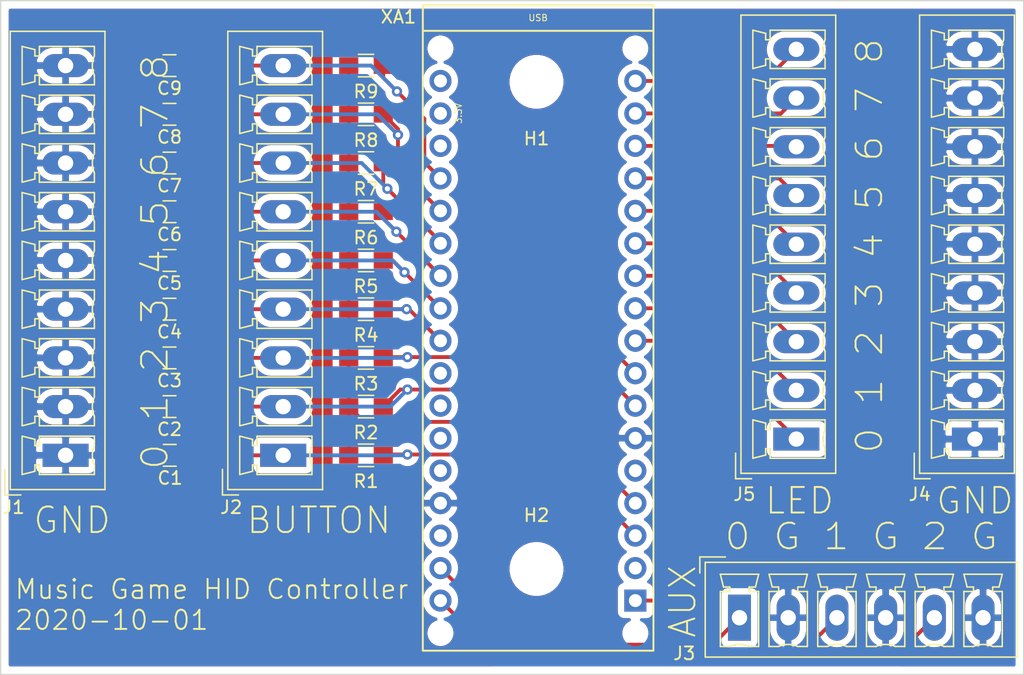
<source format=kicad_pcb>
(kicad_pcb (version 20171130) (host pcbnew "(5.1.6)-1")
  (layers (0 F.Cu signal) (31 B.Cu signal) (34 B.Paste user) (35 F.Paste user) (36 B.SilkS user) (37 F.SilkS user) (38 B.Mask user) (39 F.Mask user) (44 Edge.Cuts user))
  (net 0 "")
  (net 1 GND)
  (net 2 /BUT0)
  (net 3 /BUT1)
  (net 4 /BUT2)
  (net 5 /BUT3)
  (net 6 /BUT4)
  (net 7 /BUT5)
  (net 8 /BUT6)
  (net 9 /BUT7)
  (net 10 /BUT8)
  (net 11 /AUX2)
  (net 12 /AUX1)
  (net 13 /AUX0)
  (net 14 "Net-(R1-Pad1)")
  (net 15 /LED0)
  (net 16 /LED1)
  (net 17 /LED2)
  (net 18 /LED3)
  (net 19 /LED4)
  (net 20 /LED5)
  (net 21 /LED6)
  (net 22 /LED7)
  (net 23 /LED8)
  (net 24 "Net-(XA1-PadRST2)")
  (net 25 "Net-(XA1-PadVIN)")
  (net 26 "Net-(XA1-Pad5V)")
  (net 27 "Net-(XA1-Pad3V3)")
  (net 28 "Net-(XA1-PadRST1)")
  (net 29 "Net-(XA1-PadSS)")
  (net 30 "Net-(XA1-PadAREF)")
  (net 31 "Net-(XA1-PadD13)")
  (module Connectors_Phoenix:PhoenixContact_MCV-G_09x3.81mm_Vertical (layer F.Cu) (at 114.3 95.25 90)
    (fp_text reference J1 (at -4.064 -4.064 180) (layer F.SilkS))
    (fp_text value Conn_01x09)
    (pad 9 thru_hole oval (at 30.48 0 90) (size 1.8 3.6) (drill 1.2) (layers *.Cu *.Mask) (net 1 GND))
    (pad 8 thru_hole oval (at 26.67 0 90) (size 1.8 3.6) (drill 1.2) (layers *.Cu *.Mask) (net 1 GND))
    (pad 7 thru_hole oval (at 22.86 0 90) (size 1.8 3.6) (drill 1.2) (layers *.Cu *.Mask) (net 1 GND))
    (pad 6 thru_hole oval (at 19.05 0 90) (size 1.8 3.6) (drill 1.2) (layers *.Cu *.Mask) (net 1 GND))
    (pad 5 thru_hole oval (at 15.24 0 90) (size 1.8 3.6) (drill 1.2) (layers *.Cu *.Mask) (net 1 GND))
    (pad 4 thru_hole oval (at 11.43 0 90) (size 1.8 3.6) (drill 1.2) (layers *.Cu *.Mask) (net 1 GND))
    (pad 3 thru_hole oval (at 7.62 0 90) (size 1.8 3.6) (drill 1.2) (layers *.Cu *.Mask) (net 1 GND))
    (pad 2 thru_hole oval (at 3.81 0 90) (size 1.8 3.6) (drill 1.2) (layers *.Cu *.Mask) (net 1 GND))
    (pad 1 thru_hole rect (at 0 0 90) (size 1.8 3.6) (drill 1.2) (layers *.Cu *.Mask) (net 1 GND))
  )
  (module Connectors_Phoenix:PhoenixContact_MCV-G_09x3.81mm_Vertical (layer F.Cu) (at 131.318 95.25 90)
    (fp_text reference J2 (at -4.064 -4.064 180) (layer F.SilkS))
    (fp_text value Conn_01x09)
    (pad 1 thru_hole rect (at 0 0 90) (size 1.8 3.6) (drill 1.2) (layers *.Cu *.Mask) (net 2 /BUT0))
    (pad 2 thru_hole oval (at 3.81 0 90) (size 1.8 3.6) (drill 1.2) (layers *.Cu *.Mask) (net 3 /BUT1))
    (pad 3 thru_hole oval (at 7.62 0 90) (size 1.8 3.6) (drill 1.2) (layers *.Cu *.Mask) (net 4 /BUT2))
    (pad 4 thru_hole oval (at 11.43 0 90) (size 1.8 3.6) (drill 1.2) (layers *.Cu *.Mask) (net 5 /BUT3))
    (pad 5 thru_hole oval (at 15.24 0 90) (size 1.8 3.6) (drill 1.2) (layers *.Cu *.Mask) (net 6 /BUT4))
    (pad 6 thru_hole oval (at 19.05 0 90) (size 1.8 3.6) (drill 1.2) (layers *.Cu *.Mask) (net 7 /BUT5))
    (pad 7 thru_hole oval (at 22.86 0 90) (size 1.8 3.6) (drill 1.2) (layers *.Cu *.Mask) (net 8 /BUT6))
    (pad 8 thru_hole oval (at 26.67 0 90) (size 1.8 3.6) (drill 1.2) (layers *.Cu *.Mask) (net 9 /BUT7))
    (pad 9 thru_hole oval (at 30.48 0 90) (size 1.8 3.6) (drill 1.2) (layers *.Cu *.Mask) (net 10 /BUT8))
  )
  (module Connectors_Phoenix:PhoenixContact_MCV-G_06x3.81mm_Vertical (layer F.Cu) (at 167.005 107.95)
    (fp_text reference J3 (at -4.318 2.794) (layer F.SilkS))
    (fp_text value Conn_01x06)
    (pad 6 thru_hole oval (at 19.05 0) (size 1.8 3.6) (drill 1.2) (layers *.Cu *.Mask) (net 1 GND))
    (pad 5 thru_hole oval (at 15.24 0) (size 1.8 3.6) (drill 1.2) (layers *.Cu *.Mask) (net 11 /AUX2))
    (pad 4 thru_hole oval (at 11.43 0) (size 1.8 3.6) (drill 1.2) (layers *.Cu *.Mask) (net 1 GND))
    (pad 3 thru_hole oval (at 7.62 0) (size 1.8 3.6) (drill 1.2) (layers *.Cu *.Mask) (net 12 /AUX1))
    (pad 2 thru_hole oval (at 3.81 0) (size 1.8 3.6) (drill 1.2) (layers *.Cu *.Mask) (net 1 GND))
    (pad 1 thru_hole rect (at 0 0) (size 1.8 3.6) (drill 1.2) (layers *.Cu *.Mask) (net 13 /AUX0))
  )
  (module Connectors_Phoenix:PhoenixContact_MCV-G_09x3.81mm_Vertical (layer F.Cu) (at 185.42 93.98 90)
    (fp_text reference J4 (at -4.318 -4.318 180) (layer F.SilkS))
    (fp_text value Conn_01x09)
    (pad 9 thru_hole oval (at 30.48 0 90) (size 1.8 3.6) (drill 1.2) (layers *.Cu *.Mask) (net 1 GND))
    (pad 8 thru_hole oval (at 26.67 0 90) (size 1.8 3.6) (drill 1.2) (layers *.Cu *.Mask) (net 1 GND))
    (pad 7 thru_hole oval (at 22.86 0 90) (size 1.8 3.6) (drill 1.2) (layers *.Cu *.Mask) (net 1 GND))
    (pad 6 thru_hole oval (at 19.05 0 90) (size 1.8 3.6) (drill 1.2) (layers *.Cu *.Mask) (net 1 GND))
    (pad 5 thru_hole oval (at 15.24 0 90) (size 1.8 3.6) (drill 1.2) (layers *.Cu *.Mask) (net 1 GND))
    (pad 4 thru_hole oval (at 11.43 0 90) (size 1.8 3.6) (drill 1.2) (layers *.Cu *.Mask) (net 1 GND))
    (pad 3 thru_hole oval (at 7.62 0 90) (size 1.8 3.6) (drill 1.2) (layers *.Cu *.Mask) (net 1 GND))
    (pad 2 thru_hole oval (at 3.81 0 90) (size 1.8 3.6) (drill 1.2) (layers *.Cu *.Mask) (net 1 GND))
    (pad 1 thru_hole rect (at 0 0 90) (size 1.8 3.6) (drill 1.2) (layers *.Cu *.Mask) (net 1 GND))
  )
  (module Connectors_Phoenix:PhoenixContact_MCV-G_09x3.81mm_Vertical (layer F.Cu) (at 171.45 93.98 90)
    (fp_text reference J5 (at -4.318 -4.064 180) (layer F.SilkS))
    (fp_text value Conn_01x09)
    (pad 1 thru_hole rect (at 0 0 90) (size 1.8 3.6) (drill 1.2) (layers *.Cu *.Mask) (net 15 /LED0))
    (pad 2 thru_hole oval (at 3.81 0 90) (size 1.8 3.6) (drill 1.2) (layers *.Cu *.Mask) (net 16 /LED1))
    (pad 3 thru_hole oval (at 7.62 0 90) (size 1.8 3.6) (drill 1.2) (layers *.Cu *.Mask) (net 17 /LED2))
    (pad 4 thru_hole oval (at 11.43 0 90) (size 1.8 3.6) (drill 1.2) (layers *.Cu *.Mask) (net 18 /LED3))
    (pad 5 thru_hole oval (at 15.24 0 90) (size 1.8 3.6) (drill 1.2) (layers *.Cu *.Mask) (net 19 /LED4))
    (pad 6 thru_hole oval (at 19.05 0 90) (size 1.8 3.6) (drill 1.2) (layers *.Cu *.Mask) (net 20 /LED5))
    (pad 7 thru_hole oval (at 22.86 0 90) (size 1.8 3.6) (drill 1.2) (layers *.Cu *.Mask) (net 21 /LED6))
    (pad 8 thru_hole oval (at 26.67 0 90) (size 1.8 3.6) (drill 1.2) (layers *.Cu *.Mask) (net 22 /LED7))
    (pad 9 thru_hole oval (at 30.48 0 90) (size 1.8 3.6) (drill 1.2) (layers *.Cu *.Mask) (net 23 /LED8))
  )
  (module Resistors_SMD:R_0805_HandSoldering (layer F.Cu) (at 137.795 95.25)
    (fp_text reference R1 (at 0 2.032) (layer F.SilkS))
    (fp_text value 680K)
    (pad 1 smd rect (at -1.35 0) (size 1.5 1.3) (layers F.Cu F.Paste F.Mask) (net 14 "Net-(R1-Pad1)"))
    (pad 2 smd rect (at 1.35 0) (size 1.5 1.3) (layers F.Cu F.Paste F.Mask) (net 2 /BUT0))
  )
  (module Resistors_SMD:R_0805_HandSoldering (layer F.Cu) (at 137.795 91.44)
    (fp_text reference R2 (at 0 2.032) (layer F.SilkS))
    (fp_text value 680K)
    (pad 2 smd rect (at 1.35 0) (size 1.5 1.3) (layers F.Cu F.Paste F.Mask) (net 3 /BUT1))
    (pad 1 smd rect (at -1.35 0) (size 1.5 1.3) (layers F.Cu F.Paste F.Mask) (net 14 "Net-(R1-Pad1)"))
  )
  (module Resistors_SMD:R_0805_HandSoldering (layer F.Cu) (at 137.795 87.63)
    (fp_text reference R3 (at 0 2.032) (layer F.SilkS))
    (fp_text value 680K)
    (pad 1 smd rect (at -1.35 0) (size 1.5 1.3) (layers F.Cu F.Paste F.Mask) (net 14 "Net-(R1-Pad1)"))
    (pad 2 smd rect (at 1.35 0) (size 1.5 1.3) (layers F.Cu F.Paste F.Mask) (net 4 /BUT2))
  )
  (module Resistors_SMD:R_0805_HandSoldering (layer F.Cu) (at 137.795 83.82)
    (fp_text reference R4 (at 0 2.032) (layer F.SilkS))
    (fp_text value 680K)
    (pad 2 smd rect (at 1.35 0) (size 1.5 1.3) (layers F.Cu F.Paste F.Mask) (net 5 /BUT3))
    (pad 1 smd rect (at -1.35 0) (size 1.5 1.3) (layers F.Cu F.Paste F.Mask) (net 14 "Net-(R1-Pad1)"))
  )
  (module Resistors_SMD:R_0805_HandSoldering (layer F.Cu) (at 137.795 80.01)
    (fp_text reference R5 (at 0 2.032) (layer F.SilkS))
    (fp_text value 680K)
    (pad 1 smd rect (at -1.35 0) (size 1.5 1.3) (layers F.Cu F.Paste F.Mask) (net 14 "Net-(R1-Pad1)"))
    (pad 2 smd rect (at 1.35 0) (size 1.5 1.3) (layers F.Cu F.Paste F.Mask) (net 6 /BUT4))
  )
  (module Resistors_SMD:R_0805_HandSoldering (layer F.Cu) (at 137.795 76.2)
    (fp_text reference R6 (at 0 2.032) (layer F.SilkS))
    (fp_text value 680K)
    (pad 2 smd rect (at 1.35 0) (size 1.5 1.3) (layers F.Cu F.Paste F.Mask) (net 7 /BUT5))
    (pad 1 smd rect (at -1.35 0) (size 1.5 1.3) (layers F.Cu F.Paste F.Mask) (net 14 "Net-(R1-Pad1)"))
  )
  (module Resistors_SMD:R_0805_HandSoldering (layer F.Cu) (at 137.795 72.39)
    (fp_text reference R7 (at 0 2.032) (layer F.SilkS))
    (fp_text value 680K)
    (pad 2 smd rect (at 1.35 0) (size 1.5 1.3) (layers F.Cu F.Paste F.Mask) (net 8 /BUT6))
    (pad 1 smd rect (at -1.35 0) (size 1.5 1.3) (layers F.Cu F.Paste F.Mask) (net 14 "Net-(R1-Pad1)"))
  )
  (module Resistors_SMD:R_0805_HandSoldering (layer F.Cu) (at 137.795 68.58)
    (fp_text reference R8 (at 0 2.032) (layer F.SilkS))
    (fp_text value 680K)
    (pad 1 smd rect (at -1.35 0) (size 1.5 1.3) (layers F.Cu F.Paste F.Mask) (net 14 "Net-(R1-Pad1)"))
    (pad 2 smd rect (at 1.35 0) (size 1.5 1.3) (layers F.Cu F.Paste F.Mask) (net 9 /BUT7))
  )
  (module Resistors_SMD:R_0805_HandSoldering (layer F.Cu) (at 137.795 64.77)
    (fp_text reference R9 (at 0 2.032) (layer F.SilkS))
    (fp_text value 680K)
    (pad 2 smd rect (at 1.35 0) (size 1.5 1.3) (layers F.Cu F.Paste F.Mask) (net 10 /BUT8))
    (pad 1 smd rect (at -1.35 0) (size 1.5 1.3) (layers F.Cu F.Paste F.Mask) (net 14 "Net-(R1-Pad1)"))
  )
  (module Arduino:Arduino_Micro_Socket (layer F.Cu) (at 142.24 62.051001 270)
    (fp_text reference XA1 (at -1.091001 1.905 180) (layer F.SilkS))
    (fp_text value Arduino_Micro_Socket)
    (fp_text user 3.3V (at 6.46 -2.794 90) (layer F.SilkS) (effects (font (size 0.5 0.5) (thickness 0.075))))
    (fp_text user USB (at -1.016 -9.017) (layer F.SilkS) (effects (font (size 0.5 0.5) (thickness 0.075))))
    (pad "" np_thru_hole circle (at 47.1 -16.62 270) (size 1.016 1.016) (drill 1.016) (layers *.Cu *.Mask))
    (pad "" np_thru_hole circle (at 1.38 -16.62 270) (size 1.016 1.016) (drill 1.016) (layers *.Cu *.Mask))
    (pad "" np_thru_hole circle (at 47.1 -1.38 270) (size 1.016 1.016) (drill 1.016) (layers *.Cu *.Mask))
    (pad "" thru_hole oval (at 26.78 -1.38 270) (size 1.7272 1.7272) (drill 1.016) (layers *.Cu *.Mask))
    (pad RST2 thru_hole oval (at 34.4 -16.62 270) (size 1.7272 1.7272) (drill 1.016) (layers *.Cu *.Mask) (net 24 "Net-(XA1-PadRST2)"))
    (pad MOSI thru_hole rect (at 44.56 -16.62 270) (size 1.7272 1.7272) (drill 1.016) (layers *.Cu *.Mask) (net 12 /AUX1))
    (pad SCK thru_hole oval (at 44.56 -1.38 270) (size 1.7272 1.7272) (drill 1.016) (layers *.Cu *.Mask) (net 11 /AUX2))
    (pad A0 thru_hole oval (at 11.54 -1.38 270) (size 1.7272 1.7272) (drill 1.016) (layers *.Cu *.Mask) (net 10 /BUT8))
    (pad VIN thru_hole oval (at 39.48 -1.38 270) (size 1.7272 1.7272) (drill 1.016) (layers *.Cu *.Mask) (net 25 "Net-(XA1-PadVIN)"))
    (pad GND2 thru_hole oval (at 31.86 -16.62 270) (size 1.7272 1.7272) (drill 1.016) (layers *.Cu *.Mask) (net 1 GND))
    (pad GND1 thru_hole oval (at 36.94 -1.38 270) (size 1.7272 1.7272) (drill 1.016) (layers *.Cu *.Mask) (net 1 GND))
    (pad 5V thru_hole oval (at 31.86 -1.38 270) (size 1.7272 1.7272) (drill 1.016) (layers *.Cu *.Mask) (net 26 "Net-(XA1-Pad5V)"))
    (pad 3V3 thru_hole oval (at 6.46 -1.38 270) (size 1.7272 1.7272) (drill 1.016) (layers *.Cu *.Mask) (net 27 "Net-(XA1-Pad3V3)"))
    (pad RST1 thru_hole oval (at 34.4 -1.38 270) (size 1.7272 1.7272) (drill 1.016) (layers *.Cu *.Mask) (net 28 "Net-(XA1-PadRST1)"))
    (pad SS thru_hole oval (at 42.02 -16.62 270) (size 1.7272 1.7272) (drill 1.016) (layers *.Cu *.Mask) (net 29 "Net-(XA1-PadSS)"))
    (pad D0 thru_hole oval (at 36.94 -16.62 270) (size 1.7272 1.7272) (drill 1.016) (layers *.Cu *.Mask) (net 14 "Net-(R1-Pad1)"))
    (pad D1 thru_hole oval (at 39.48 -16.62 270) (size 1.7272 1.7272) (drill 1.016) (layers *.Cu *.Mask) (net 2 /BUT0))
    (pad D2 thru_hole oval (at 29.32 -16.62 270) (size 1.7272 1.7272) (drill 1.016) (layers *.Cu *.Mask) (net 3 /BUT1))
    (pad D3 thru_hole oval (at 26.78 -16.62 270) (size 1.7272 1.7272) (drill 1.016) (layers *.Cu *.Mask) (net 4 /BUT2))
    (pad D4 thru_hole oval (at 24.24 -16.62 270) (size 1.7272 1.7272) (drill 1.016) (layers *.Cu *.Mask) (net 15 /LED0))
    (pad D5 thru_hole oval (at 21.7 -16.62 270) (size 1.7272 1.7272) (drill 1.016) (layers *.Cu *.Mask) (net 16 /LED1))
    (pad D6 thru_hole oval (at 19.16 -16.62 270) (size 1.7272 1.7272) (drill 1.016) (layers *.Cu *.Mask) (net 17 /LED2))
    (pad D7 thru_hole oval (at 16.62 -16.62 270) (size 1.7272 1.7272) (drill 1.016) (layers *.Cu *.Mask) (net 18 /LED3))
    (pad D8 thru_hole oval (at 14.08 -16.62 270) (size 1.7272 1.7272) (drill 1.016) (layers *.Cu *.Mask) (net 19 /LED4))
    (pad D9 thru_hole oval (at 11.54 -16.62 270) (size 1.7272 1.7272) (drill 1.016) (layers *.Cu *.Mask) (net 20 /LED5))
    (pad D10 thru_hole oval (at 9 -16.62 270) (size 1.7272 1.7272) (drill 1.016) (layers *.Cu *.Mask) (net 21 /LED6))
    (pad "" np_thru_hole circle (at 1.38 -1.38 270) (size 1.016 1.016) (drill 1.016) (layers *.Cu *.Mask))
    (pad AREF thru_hole oval (at 9 -1.38 270) (size 1.7272 1.7272) (drill 1.016) (layers *.Cu *.Mask) (net 30 "Net-(XA1-PadAREF)"))
    (pad D13 thru_hole oval (at 3.92 -1.38 270) (size 1.7272 1.7272) (drill 1.016) (layers *.Cu *.Mask) (net 31 "Net-(XA1-PadD13)"))
    (pad D12 thru_hole oval (at 3.92 -16.62 270) (size 1.7272 1.7272) (drill 1.016) (layers *.Cu *.Mask) (net 23 /LED8))
    (pad D11 thru_hole oval (at 6.46 -16.62 270) (size 1.7272 1.7272) (drill 1.016) (layers *.Cu *.Mask) (net 22 /LED7))
    (pad "" thru_hole oval (at 29.32 -1.38 270) (size 1.7272 1.7272) (drill 1.016) (layers *.Cu *.Mask))
    (pad A1 thru_hole oval (at 14.08 -1.38 270) (size 1.7272 1.7272) (drill 1.016) (layers *.Cu *.Mask) (net 9 /BUT7))
    (pad A2 thru_hole oval (at 16.62 -1.38 270) (size 1.7272 1.7272) (drill 1.016) (layers *.Cu *.Mask) (net 8 /BUT6))
    (pad A3 thru_hole oval (at 19.16 -1.38 270) (size 1.7272 1.7272) (drill 1.016) (layers *.Cu *.Mask) (net 7 /BUT5))
    (pad A4 thru_hole oval (at 21.7 -1.38 270) (size 1.7272 1.7272) (drill 1.016) (layers *.Cu *.Mask) (net 6 /BUT4))
    (pad A5 thru_hole oval (at 24.24 -1.38 270) (size 1.7272 1.7272) (drill 1.016) (layers *.Cu *.Mask) (net 5 /BUT3))
    (pad MISO thru_hole oval (at 42.02 -1.38 270) (size 1.7272 1.7272) (drill 1.016) (layers *.Cu *.Mask) (net 13 /AUX0))
  )
  (module Capacitors_SMD:C_0805_HandSoldering (layer F.Cu) (at 122.448 95.25 180)
    (fp_text reference C1 (at -0.02 -1.778) (layer F.SilkS))
    (fp_text value 20pF)
    (pad 2 smd rect (at 1.25 0 180) (size 1.5 1.25) (layers F.Cu F.Paste F.Mask) (net 1 GND))
    (pad 1 smd rect (at -1.25 0 180) (size 1.5 1.25) (layers F.Cu F.Paste F.Mask) (net 2 /BUT0))
  )
  (module Capacitors_SMD:C_0805_HandSoldering (layer F.Cu) (at 122.428 91.44 180)
    (fp_text reference C2 (at 0 -1.778) (layer F.SilkS))
    (fp_text value 20pF)
    (pad 1 smd rect (at -1.25 0 180) (size 1.5 1.25) (layers F.Cu F.Paste F.Mask) (net 3 /BUT1))
    (pad 2 smd rect (at 1.25 0 180) (size 1.5 1.25) (layers F.Cu F.Paste F.Mask) (net 1 GND))
  )
  (module Capacitors_SMD:C_0805_HandSoldering (layer F.Cu) (at 122.428 87.63 180)
    (fp_text reference C3 (at 0 -1.778) (layer F.SilkS))
    (fp_text value 20pF)
    (pad 2 smd rect (at 1.25 0 180) (size 1.5 1.25) (layers F.Cu F.Paste F.Mask) (net 1 GND))
    (pad 1 smd rect (at -1.25 0 180) (size 1.5 1.25) (layers F.Cu F.Paste F.Mask) (net 4 /BUT2))
  )
  (module Capacitors_SMD:C_0805_HandSoldering (layer F.Cu) (at 122.428 83.82 180)
    (fp_text reference C4 (at 0 -1.778) (layer F.SilkS))
    (fp_text value 20pF)
    (pad 1 smd rect (at -1.25 0 180) (size 1.5 1.25) (layers F.Cu F.Paste F.Mask) (net 5 /BUT3))
    (pad 2 smd rect (at 1.25 0 180) (size 1.5 1.25) (layers F.Cu F.Paste F.Mask) (net 1 GND))
  )
  (module Capacitors_SMD:C_0805_HandSoldering (layer F.Cu) (at 122.428 80.01 180)
    (fp_text reference C5 (at 0 -1.778) (layer F.SilkS))
    (fp_text value 20pF)
    (pad 2 smd rect (at 1.25 0 180) (size 1.5 1.25) (layers F.Cu F.Paste F.Mask) (net 1 GND))
    (pad 1 smd rect (at -1.25 0 180) (size 1.5 1.25) (layers F.Cu F.Paste F.Mask) (net 6 /BUT4))
  )
  (module Capacitors_SMD:C_0805_HandSoldering (layer F.Cu) (at 122.428 76.2 180)
    (fp_text reference C6 (at 0 -1.778) (layer F.SilkS))
    (fp_text value 20pF)
    (pad 1 smd rect (at -1.25 0 180) (size 1.5 1.25) (layers F.Cu F.Paste F.Mask) (net 7 /BUT5))
    (pad 2 smd rect (at 1.25 0 180) (size 1.5 1.25) (layers F.Cu F.Paste F.Mask) (net 1 GND))
  )
  (module Capacitors_SMD:C_0805_HandSoldering (layer F.Cu) (at 122.428 72.39 180)
    (fp_text reference C7 (at 0 -1.778) (layer F.SilkS))
    (fp_text value 20pF)
    (pad 2 smd rect (at 1.25 0 180) (size 1.5 1.25) (layers F.Cu F.Paste F.Mask) (net 1 GND))
    (pad 1 smd rect (at -1.25 0 180) (size 1.5 1.25) (layers F.Cu F.Paste F.Mask) (net 8 /BUT6))
  )
  (module Capacitors_SMD:C_0805_HandSoldering (layer F.Cu) (at 122.428 68.58 180)
    (fp_text reference C8 (at 0 -1.778) (layer F.SilkS))
    (fp_text value 20pF)
    (pad 1 smd rect (at -1.25 0 180) (size 1.5 1.25) (layers F.Cu F.Paste F.Mask) (net 9 /BUT7))
    (pad 2 smd rect (at 1.25 0 180) (size 1.5 1.25) (layers F.Cu F.Paste F.Mask) (net 1 GND))
  )
  (module Capacitors_SMD:C_0805_HandSoldering (layer F.Cu) (at 122.428 64.77 180)
    (fp_text reference C9 (at 0 -1.778) (layer F.SilkS))
    (fp_text value 20pF)
    (pad 2 smd rect (at 1.25 0 180) (size 1.5 1.25) (layers F.Cu F.Paste F.Mask) (net 1 GND))
    (pad 1 smd rect (at -1.25 0 180) (size 1.5 1.25) (layers F.Cu F.Paste F.Mask) (net 10 /BUT8))
  )
  (module Mounting_Holes:MountingHole_3.2mm_M3 (layer F.Cu) (at 151.13 66.04)
    (fp_text reference H1 (at 0 4.445) (layer F.SilkS))
    (fp_text value MountingHole)
    (pad 1 np_thru_hole circle (at 0 0) (size 3.2 3.2) (drill 3.2) (layers *.Cu *.Mask))
  )
  (module Mounting_Holes:MountingHole_3.2mm_M3 (layer F.Cu) (at 151.13 104.14)
    (fp_text reference H2 (at 0 -4.2) (layer F.SilkS))
    (fp_text value MountingHole)
    (pad 1 np_thru_hole circle (at 0 0) (size 3.2 3.2) (drill 3.2) (layers *.Cu *.Mask))
  )
  (gr_text "Music Game HID Controller\n2020-10-01" (at 110.236 106.934) (layer F.SilkS) (effects (font (size 1.5 1.5)) (justify left)))
  (gr_text "0 1 2 3 4 5 6 7 8" (at 121.285 96.52 90) (layer F.SilkS) (effects (font (size 2 2.22)) (justify left)))
  (gr_text "0 1 2 3 4 5 6 7 8" (at 177.165 95.25 90) (layer F.SilkS) (effects (font (size 2 2.22)) (justify left)))
  (gr_text "0 G 1 G 2 G" (at 176.53 101.6) (layer F.SilkS) (effects (font (size 2 2.22))))
  (gr_text AUX (at 162.56 106.68 90) (layer F.SilkS) (effects (font (size 2 2))))
  (gr_text GND (at 185.42 98.806) (layer F.SilkS) (effects (font (size 2 2))))
  (gr_text LED (at 171.704 98.806) (layer F.SilkS) (effects (font (size 2 2))))
  (gr_text GND (at 114.808 100.33) (layer F.SilkS) (effects (font (size 2 2))))
  (gr_text BUTTON (at 134.112 100.33) (layer F.SilkS) (effects (font (size 2 2))))
  (gr_poly (pts (xy 189.23 112.395) (xy 109.22 112.395) (xy 109.22 59.69) (xy 189.23 59.69)) (layer Edge.Cuts) (width 0.1))
  (segment (start 131.318 95.25) (end 123.698 95.25) (width 0.3) (layer F.Cu) (net 2))
  (segment (start 139.2076 95.1874) (end 139.145 95.25) (width 0.3) (layer F.Cu) (net 2))
  (segment (start 158.86 101.531001) (end 152.516399 95.1874) (width 0.3) (layer F.Cu) (net 2))
  (segment (start 140.97 95.25) (end 141.0326 95.1874) (width 0.3) (layer B.Cu) (net 2))
  (segment (start 131.318 95.25) (end 140.97 95.25) (width 0.3) (layer B.Cu) (net 2))
  (via (at 141.0326 95.1874) (size 0.8) (drill 0.4) (layers F.Cu B.Cu) (net 2))
  (segment (start 152.516399 95.1874) (end 141.0326 95.1874) (width 0.3) (layer F.Cu) (net 2))
  (segment (start 141.0326 95.1874) (end 139.2076 95.1874) (width 0.3) (layer F.Cu) (net 2))
  (segment (start 157.596399 90.1074) (end 158.86 91.371001) (width 0.3) (layer F.Cu) (net 3))
  (segment (start 139.145 91.44) (end 140.4776 90.1074) (width 0.3) (layer F.Cu) (net 3))
  (segment (start 131.318 91.44) (end 123.678 91.44) (width 0.3) (layer F.Cu) (net 3))
  (segment (start 139.7 91.44) (end 141.0326 90.1074) (width 0.3) (layer B.Cu) (net 3))
  (segment (start 131.318 91.44) (end 139.7 91.44) (width 0.3) (layer B.Cu) (net 3))
  (via (at 141.0326 90.1074) (size 0.8) (drill 0.4) (layers F.Cu B.Cu) (net 3))
  (segment (start 140.4776 90.1074) (end 141.0326 90.1074) (width 0.3) (layer F.Cu) (net 3))
  (segment (start 141.0326 90.1074) (end 157.596399 90.1074) (width 0.3) (layer F.Cu) (net 3))
  (segment (start 157.596399 87.5674) (end 158.86 88.831001) (width 0.3) (layer F.Cu) (net 4))
  (segment (start 139.145 87.63) (end 139.2076 87.5674) (width 0.3) (layer F.Cu) (net 4))
  (segment (start 131.318 87.63) (end 123.678 87.63) (width 0.3) (layer F.Cu) (net 4))
  (segment (start 140.97 87.63) (end 141.0326 87.5674) (width 0.3) (layer B.Cu) (net 4))
  (via (at 141.0326 87.5674) (size 0.8) (drill 0.4) (layers F.Cu B.Cu) (net 4))
  (segment (start 131.318 87.63) (end 140.97 87.63) (width 0.3) (layer B.Cu) (net 4))
  (segment (start 139.2076 87.5674) (end 141.0326 87.5674) (width 0.3) (layer F.Cu) (net 4))
  (segment (start 141.0326 87.5674) (end 157.596399 87.5674) (width 0.3) (layer F.Cu) (net 4))
  (segment (start 141.148999 83.82) (end 143.62 86.291001) (width 0.3) (layer F.Cu) (net 5))
  (segment (start 123.678 83.82) (end 131.318 83.82) (width 0.3) (layer F.Cu) (net 5))
  (via (at 140.97 83.82) (size 0.8) (drill 0.4) (layers F.Cu B.Cu) (net 5))
  (segment (start 131.318 83.82) (end 140.97 83.82) (width 0.3) (layer B.Cu) (net 5))
  (segment (start 139.145 83.82) (end 140.97 83.82) (width 0.3) (layer F.Cu) (net 5))
  (segment (start 140.97 83.82) (end 141.148999 83.82) (width 0.3) (layer F.Cu) (net 5))
  (segment (start 139.145 80.01) (end 139.878999 80.01) (width 0.3) (layer F.Cu) (net 6))
  (segment (start 131.318 80.01) (end 123.678 80.01) (width 0.3) (layer F.Cu) (net 6))
  (via (at 140.805499 80.936501) (size 0.8) (drill 0.4) (layers F.Cu B.Cu) (net 6))
  (segment (start 139.878998 80.01) (end 140.805499 80.936501) (width 0.3) (layer B.Cu) (net 6))
  (segment (start 131.318 80.01) (end 139.878998 80.01) (width 0.3) (layer B.Cu) (net 6))
  (segment (start 139.878999 80.01) (end 140.805499 80.936501) (width 0.3) (layer F.Cu) (net 6))
  (segment (start 140.805499 80.936501) (end 143.62 83.751001) (width 0.3) (layer F.Cu) (net 6))
  (segment (start 139.145 76.2) (end 139.145 76.736001) (width 0.3) (layer F.Cu) (net 7))
  (segment (start 123.678 76.2) (end 131.318 76.2) (width 0.3) (layer F.Cu) (net 7))
  (segment (start 131.318 76.2) (end 138.609 76.2) (width 0.3) (layer B.Cu) (net 7))
  (segment (start 139.145 76.736001) (end 140.1705 77.7615) (width 0.3) (layer F.Cu) (net 7))
  (via (at 140.1705 77.7615) (size 0.8) (drill 0.4) (layers F.Cu B.Cu) (net 7))
  (segment (start 138.609 76.2) (end 140.1705 77.7615) (width 0.3) (layer B.Cu) (net 7))
  (segment (start 140.1705 77.7615) (end 143.62 81.211001) (width 0.3) (layer F.Cu) (net 7))
  (segment (start 143.62 78.554998) (end 143.62 78.671001) (width 0.3) (layer F.Cu) (net 8))
  (segment (start 139.145 72.39) (end 139.145 74.079998) (width 0.3) (layer F.Cu) (net 8))
  (segment (start 131.318 72.39) (end 123.678 72.39) (width 0.3) (layer F.Cu) (net 8))
  (segment (start 137.455002 72.39) (end 139.466501 74.401499) (width 0.3) (layer B.Cu) (net 8))
  (via (at 139.466501 74.401499) (size 0.8) (drill 0.4) (layers F.Cu B.Cu) (net 8))
  (segment (start 131.318 72.39) (end 137.455002 72.39) (width 0.3) (layer B.Cu) (net 8))
  (segment (start 139.145 74.079998) (end 139.466501 74.401499) (width 0.3) (layer F.Cu) (net 8))
  (segment (start 139.466501 74.401499) (end 143.62 78.554998) (width 0.3) (layer F.Cu) (net 8))
  (segment (start 140.295001 72.806002) (end 143.62 76.131001) (width 0.3) (layer F.Cu) (net 9))
  (segment (start 139.145 68.58) (end 140.295001 69.730001) (width 0.3) (layer F.Cu) (net 9))
  (segment (start 123.678 68.58) (end 131.318 68.58) (width 0.3) (layer F.Cu) (net 9))
  (via (at 140.295001 70.191001) (size 0.8) (drill 0.4) (layers F.Cu B.Cu) (net 9))
  (segment (start 131.318 68.58) (end 138.684 68.58) (width 0.3) (layer B.Cu) (net 9))
  (segment (start 138.684 68.58) (end 140.295001 70.191001) (width 0.3) (layer B.Cu) (net 9))
  (segment (start 140.295001 69.730001) (end 140.295001 70.191001) (width 0.3) (layer F.Cu) (net 9))
  (segment (start 140.295001 70.191001) (end 140.295001 72.806002) (width 0.3) (layer F.Cu) (net 9))
  (segment (start 142.356399 72.3274) (end 143.62 73.591001) (width 0.3) (layer F.Cu) (net 10))
  (segment (start 142.356399 68.931399) (end 142.356399 72.3274) (width 0.3) (layer F.Cu) (net 10))
  (segment (start 139.145 64.77) (end 139.145 65.72) (width 0.3) (layer F.Cu) (net 10))
  (segment (start 131.318 64.77) (end 123.678 64.77) (width 0.3) (layer F.Cu) (net 10))
  (segment (start 138.195 64.77) (end 140.2175 66.7925) (width 0.3) (layer B.Cu) (net 10))
  (segment (start 131.318 64.77) (end 138.195 64.77) (width 0.3) (layer B.Cu) (net 10))
  (via (at 140.2175 66.7925) (size 0.8) (drill 0.4) (layers F.Cu B.Cu) (net 10))
  (segment (start 139.145 65.72) (end 140.2175 66.7925) (width 0.3) (layer F.Cu) (net 10))
  (segment (start 140.2175 66.7925) (end 142.356399 68.931399) (width 0.3) (layer F.Cu) (net 10))
  (segment (start 143.62 106.611001) (end 148.260999 111.252) (width 0.3) (layer F.Cu) (net 11))
  (segment (start 178.943 111.252) (end 182.245 107.95) (width 0.3) (layer F.Cu) (net 11))
  (segment (start 148.260999 111.252) (end 178.943 111.252) (width 0.3) (layer F.Cu) (net 11))
  (segment (start 168.91 109.982) (end 169.418 110.49) (width 0.3) (layer F.Cu) (net 12))
  (segment (start 158.86 106.611001) (end 161.612999 106.611001) (width 0.3) (layer F.Cu) (net 12))
  (segment (start 169.418 110.49) (end 172.085 110.49) (width 0.3) (layer F.Cu) (net 12))
  (segment (start 161.612999 106.611001) (end 163.322 104.902) (width 0.3) (layer F.Cu) (net 12))
  (segment (start 163.322 104.902) (end 167.64 104.902) (width 0.3) (layer F.Cu) (net 12))
  (segment (start 167.64 104.902) (end 168.91 106.172) (width 0.3) (layer F.Cu) (net 12))
  (segment (start 172.085 110.49) (end 174.625 107.95) (width 0.3) (layer F.Cu) (net 12))
  (segment (start 168.91 106.172) (end 168.91 109.982) (width 0.3) (layer F.Cu) (net 12))
  (segment (start 164.895998 110.059002) (end 167.005 107.95) (width 0.3) (layer F.Cu) (net 13))
  (segment (start 149.608001 110.059002) (end 164.895998 110.059002) (width 0.3) (layer F.Cu) (net 13))
  (segment (start 143.62 104.071001) (end 149.608001 110.059002) (width 0.3) (layer F.Cu) (net 13))
  (segment (start 136.445 95.25) (end 136.445 91.44) (width 0.3) (layer F.Cu) (net 14))
  (segment (start 136.445 87.63) (end 136.445 91.44) (width 0.3) (layer F.Cu) (net 14))
  (segment (start 136.445 87.63) (end 136.445 83.82) (width 0.3) (layer F.Cu) (net 14))
  (segment (start 136.445 83.82) (end 136.445 80.01) (width 0.3) (layer F.Cu) (net 14))
  (segment (start 136.445 76.2) (end 136.445 80.01) (width 0.3) (layer F.Cu) (net 14))
  (segment (start 136.445 76.2) (end 136.445 72.39) (width 0.3) (layer F.Cu) (net 14))
  (segment (start 136.445 68.58) (end 136.445 72.39) (width 0.3) (layer F.Cu) (net 14))
  (segment (start 136.445 68.58) (end 136.445 64.77) (width 0.3) (layer F.Cu) (net 14))
  (segment (start 137.639602 92.634602) (end 136.445 91.44) (width 0.3) (layer F.Cu) (net 14))
  (segment (start 152.503601 92.634602) (end 137.639602 92.634602) (width 0.3) (layer F.Cu) (net 14))
  (segment (start 158.86 98.991001) (end 152.503601 92.634602) (width 0.3) (layer F.Cu) (net 14))
  (segment (start 163.761001 86.291001) (end 171.45 93.98) (width 0.3) (layer F.Cu) (net 15))
  (segment (start 158.86 86.291001) (end 163.761001 86.291001) (width 0.3) (layer F.Cu) (net 15))
  (segment (start 165.031001 83.751001) (end 171.45 90.17) (width 0.3) (layer F.Cu) (net 16))
  (segment (start 158.86 83.751001) (end 165.031001 83.751001) (width 0.3) (layer F.Cu) (net 16))
  (segment (start 166.301001 81.211001) (end 171.45 86.36) (width 0.3) (layer F.Cu) (net 17))
  (segment (start 158.86 81.211001) (end 166.301001 81.211001) (width 0.3) (layer F.Cu) (net 17))
  (segment (start 167.571001 78.671001) (end 171.45 82.55) (width 0.3) (layer F.Cu) (net 18))
  (segment (start 158.86 78.671001) (end 167.571001 78.671001) (width 0.3) (layer F.Cu) (net 18))
  (segment (start 168.841001 76.131001) (end 171.45 78.74) (width 0.3) (layer F.Cu) (net 19))
  (segment (start 158.86 76.131001) (end 168.841001 76.131001) (width 0.3) (layer F.Cu) (net 19))
  (segment (start 170.111001 73.591001) (end 171.45 74.93) (width 0.3) (layer F.Cu) (net 20))
  (segment (start 158.86 73.591001) (end 170.111001 73.591001) (width 0.3) (layer F.Cu) (net 20))
  (segment (start 171.381001 71.051001) (end 171.45 71.12) (width 0.3) (layer F.Cu) (net 21))
  (segment (start 158.86 71.051001) (end 171.381001 71.051001) (width 0.3) (layer F.Cu) (net 21))
  (segment (start 170.248999 68.511001) (end 171.45 67.31) (width 0.3) (layer F.Cu) (net 22))
  (segment (start 158.86 68.511001) (end 170.248999 68.511001) (width 0.3) (layer F.Cu) (net 22))
  (segment (start 168.978999 65.971001) (end 171.45 63.5) (width 0.3) (layer F.Cu) (net 23))
  (segment (start 158.86 65.971001) (end 168.978999 65.971001) (width 0.3) (layer F.Cu) (net 23))
  (zone (net 1) (net_name GND) (layer F.Cu) (connect_pads (clearance 0.508)) (min_thickness 0.254) (fill yes (arc_segments 32) (thermal_gap 0.508) (thermal_bridge_width 0.508))
    (polygon (pts (xy 188.595 111.76) (xy 109.855 111.76) (xy 109.855 60.325) (xy 188.595 60.325)))
  )
  (zone (net 1) (net_name GND) (layer B.Cu) (connect_pads (clearance 0.508)) (min_thickness 0.254) (fill yes (arc_segments 32) (thermal_gap 0.508) (thermal_bridge_width 0.508))
    (polygon (pts (xy 188.595 111.76) (xy 109.855 111.76) (xy 109.855 60.325) (xy 188.595 60.325)))
  )
)
</source>
